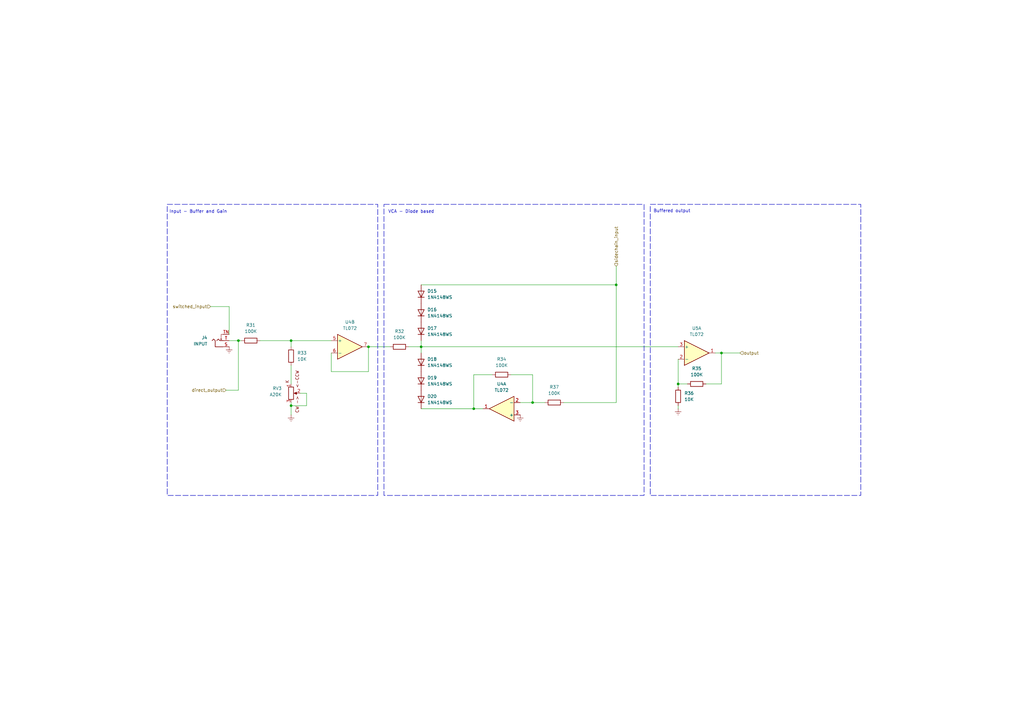
<source format=kicad_sch>
(kicad_sch (version 20250114) (generator "eeschema") (generator_version "9.0")
  (paper "A3")
  (lib_symbols
    (symbol "Amplifier_Operational:TL072" (pin_names (offset 0.127))
      (property "Reference" "U" (at 0 5.08 0))
      (property "Value" "TL072" (at 0 -5.08 0))
      (symbol "TL072_1_1"
        (polyline (pts (xy -5.08 5.08) (xy 5.08 0) (xy -5.08 -5.08) (xy -5.08 5.08)) (stroke (width 0.254)) (fill (type background)))
        (pin input line (at -7.62 2.54 0) (length 2.54) (name "+") (number "3"))
        (pin input line (at -7.62 -2.54 0) (length 2.54) (name "-") (number "2"))
        (pin output line (at 7.62 0 180) (length 2.54) (name "~") (number "1"))
      )
      (symbol "TL072_2_1"
        (polyline (pts (xy -5.08 5.08) (xy 5.08 0) (xy -5.08 -5.08) (xy -5.08 5.08)) (stroke (width 0.254)) (fill (type background)))
        (pin input line (at -7.62 2.54 0) (length 2.54) (name "+") (number "5"))
        (pin input line (at -7.62 -2.54 0) (length 2.54) (name "-") (number "6"))
        (pin output line (at 7.62 0 180) (length 2.54) (name "~") (number "7"))
      )
      (symbol "TL072_3_1"
        (pin power_in line (at -2.54 7.62 270) (length 3.81) (name "V+") (number "8"))
        (pin power_in line (at -2.54 -7.62 90) (length 3.81) (name "V-") (number "4"))
      )
    )
    (symbol "Diode:1N4148WS" (pin_numbers (hide yes)) (pin_names (hide yes))
      (property "Reference" "D" (at 0 2.54 0))
      (property "Value" "1N4148WS" (at 0 -2.54 0))
      (symbol "1N4148WS_0_1"
        (polyline (pts (xy -1.27 1.27) (xy -1.27 -1.27)) (stroke (width 0.254)))
        (polyline (pts (xy 1.27 1.27) (xy 1.27 -1.27) (xy -1.27 0) (xy 1.27 1.27)) (stroke (width 0.254)))
        (polyline (pts (xy 1.27 0) (xy -1.27 0)))
      )
      (symbol "1N4148WS_1_1"
        (pin passive line (at -3.81 0 0) (length 2.54) (name "K") (number "1"))
        (pin passive line (at 3.81 0 180) (length 2.54) (name "A") (number "2"))
      )
    )
    (symbol "power:GNDREF" (power) (pin_numbers (hide yes)) (pin_names (offset 0) (hide yes))
      (property "Value" "GNDREF" (at 0 -3.81 0))
      (symbol "GNDREF_0_1"
        (polyline (pts (xy -0.635 -1.905) (xy 0.635 -1.905)))
        (polyline (pts (xy -0.127 -2.54) (xy 0.127 -2.54)))
        (polyline (pts (xy 0 -1.27) (xy 0 0)))
        (polyline (pts (xy 1.27 -1.27) (xy -1.27 -1.27)))
      )
      (symbol "GNDREF_1_1"
        (pin power_in line (at 0 0 270) (length 0) (name "~") (number "1"))
      )
    )
    (symbol "synth:AudioJack_Mono_3.5mm"
      (property "Reference" "J" (at 0 8.89 0))
      (property "Value" "AudioJack_Mono_3.5mm" (at 0 6.35 0))
      (symbol "AudioJack_Mono_3.5mm_0_1"
        (polyline (pts (xy 0 0) (xy 0.635 -0.635) (xy 1.27 0) (xy 2.54 0)) (stroke (width 0.254)))
        (polyline (pts (xy 1.778 -0.254) (xy 2.032 -0.762)))
        (polyline (pts (xy 2.54 2.54) (xy -0.635 2.54) (xy -0.635 0) (xy -1.27 -0.635) (xy -1.905 0)) (stroke (width 0.254)))
        (polyline (pts (xy 2.54 -2.54) (xy 1.778 -2.54) (xy 1.778 -0.254) (xy 1.524 -0.762)))
      )
      (symbol "AudioJack_Mono_3.5mm_1_1"
        (pin passive line (at 5.08 2.54 180) (length 2.54) (name "~") (number "S"))
        (pin passive line (at 5.08 0 180) (length 2.54) (name "~") (number "T"))
        (pin passive line (at 5.08 -2.54 180) (length 2.54) (name "~") (number "TN"))
      )
    )
    (symbol "synth:R_Default" (pin_numbers (hide yes)) (pin_names (offset 0))
      (property "Reference" "R" (at -2.032 0 90))
      (property "Value" "R1" (at 2.032 0 90))
      (symbol "R_Default_0_1"
        (rectangle (start 1.016 -2.54) (end -1.016 2.54) (stroke (width 0.254)))
      )
      (symbol "R_Default_1_1"
        (pin passive line (at 0 3.81 270) (length 1.27) (name "~") (number "2"))
        (pin passive line (at 0 -3.81 90) (length 1.27) (name "~") (number "1"))
      )
    )
    (symbol "synth:R_Potentiometer (P0915N)" (pin_names (offset 1.016) (hide yes))
      (property "Reference" "RV" (at 0 6.604 0))
      (property "Value" "R_Potentiometer" (at 0 4.318 0))
      (symbol "R_Potentiometer (P0915N)_0_1"
        (polyline (pts (xy 0 -1.143) (xy 0.508 -2.286) (xy -0.508 -2.286) (xy 0 -1.143)) (fill (type outline)))
        (polyline (pts (xy 0 -2.54) (xy 0 -1.524)))
        (rectangle (start 2.54 1.016) (end -2.54 -1.016) (stroke (width 0.254)))
      )
      (symbol "R_Potentiometer (P0915N)_1_1"
        (text "<-CCW" (at -5.842 -2.54 0) (effects (font (size 1.27 1.27))))
        (text "K" (at -4.826 1.524 0) (effects (font (size 1.27 1.27))))
        (text "CW ->" (at 4.572 -2.54 0) (effects (font (size 1.27 1.27))))
        (pin passive line (at -3.81 0 0) (length 1.27) (name "1") (number "1"))
        (pin passive line (at 0 -3.81 90) (length 1.27) (name "2") (number "2"))
        (pin passive line (at 3.81 0 180) (length 1.27) (name "3") (number "3"))
      )
    )
  )
  (rectangle (start 68.58 83.82) (end 154.94 203.2) (stroke (width 0.2032) (type dash)))
  (rectangle (start 157.48 83.82) (end 264.16 203.2) (stroke (width 0.2032) (type dash)))
  (rectangle (start 266.7 83.82) (end 353.06 203.2) (stroke (width 0.2032) (type dash)))
  (text "Input - Buffer and Gain" (at 81.28 86.868 0) (effects (font (size 1.27 1.27))))
  (text "Buffered output" (at 275.59 86.614 0) (effects (font (size 1.27 1.27))))
  (text "VCA - Diode based" (at 168.656 86.868 0) (effects (font (size 1.27 1.27))))
  (junction (at 218.44 165.1))
  (junction (at 194.31 167.64))
  (junction (at 252.73 116.84))
  (junction (at 278.13 157.48))
  (junction (at 172.72 142.24))
  (junction (at 295.91 144.78))
  (junction (at 119.38 139.7))
  (junction (at 119.38 166.37))
  (junction (at 97.79 139.7))
  (junction (at 151.13 142.24))
  (wire (pts (xy 213.36 165.1) (xy 218.44 165.1)))
  (wire (pts (xy 218.44 165.1) (xy 223.52 165.1)))
  (wire (pts (xy 218.44 153.67) (xy 218.44 165.1)))
  (wire (pts (xy 172.72 139.7) (xy 172.72 142.24)))
  (wire (pts (xy 194.31 153.67) (xy 194.31 167.64)))
  (wire (pts (xy 106.68 139.7) (xy 119.38 139.7)))
  (wire (pts (xy 252.73 165.1) (xy 252.73 116.84)))
  (wire (pts (xy 295.91 144.78) (xy 295.91 157.48)))
  (wire (pts (xy 151.13 152.4) (xy 151.13 142.24)))
  (wire (pts (xy 135.89 144.78) (xy 135.89 152.4)))
  (wire (pts (xy 135.89 139.7) (xy 119.38 139.7)))
  (wire (pts (xy 289.56 157.48) (xy 295.91 157.48)))
  (wire (pts (xy 119.38 165.1) (xy 119.38 166.37)))
  (wire (pts (xy 281.94 157.48) (xy 278.13 157.48)))
  (wire (pts (xy 172.72 142.24) (xy 278.13 142.24)))
  (wire (pts (xy 135.89 152.4) (xy 151.13 152.4)))
  (wire (pts (xy 231.14 165.1) (xy 252.73 165.1)))
  (wire (pts (xy 97.79 160.02) (xy 97.79 139.7)))
  (wire (pts (xy 119.38 139.7) (xy 119.38 142.24)))
  (wire (pts (xy 172.72 142.24) (xy 167.64 142.24)))
  (wire (pts (xy 119.38 149.86) (xy 119.38 157.48)))
  (wire (pts (xy 97.79 139.7) (xy 93.98 139.7)))
  (wire (pts (xy 93.98 125.73) (xy 93.98 137.16)))
  (wire (pts (xy 293.37 144.78) (xy 295.91 144.78)))
  (wire (pts (xy 123.19 161.29) (xy 125.73 161.29)))
  (wire (pts (xy 125.73 166.37) (xy 119.38 166.37)))
  (wire (pts (xy 172.72 144.78) (xy 172.72 142.24)))
  (wire (pts (xy 295.91 144.78) (xy 303.53 144.78)))
  (wire (pts (xy 119.38 166.37) (xy 119.38 170.18)))
  (wire (pts (xy 201.93 153.67) (xy 194.31 153.67)))
  (wire (pts (xy 172.72 167.64) (xy 194.31 167.64)))
  (wire (pts (xy 125.73 161.29) (xy 125.73 166.37)))
  (wire (pts (xy 278.13 166.37) (xy 278.13 167.64)))
  (wire (pts (xy 278.13 157.48) (xy 278.13 158.75)))
  (wire (pts (xy 278.13 147.32) (xy 278.13 157.48)))
  (wire (pts (xy 86.36 125.73) (xy 93.98 125.73)))
  (wire (pts (xy 209.55 153.67) (xy 218.44 153.67)))
  (wire (pts (xy 194.31 167.64) (xy 198.12 167.64)))
  (wire (pts (xy 252.73 109.22) (xy 252.73 116.84)))
  (wire (pts (xy 160.02 142.24) (xy 151.13 142.24)))
  (wire (pts (xy 252.73 116.84) (xy 172.72 116.84)))
  (wire (pts (xy 99.06 139.7) (xy 97.79 139.7)))
  (wire (pts (xy 92.71 160.02) (xy 97.79 160.02)))
  (hierarchical_label "switched_input" (shape input) (at 86.36 125.73 180))
  (hierarchical_label "sidechain_input" (shape input) (at 252.73 109.22 90))
  (hierarchical_label "direct_output" (shape input) (at 92.71 160.02 180))
  (hierarchical_label "output" (shape input) (at 303.53 144.78 0))
  (symbol (lib_id "Diode:1N4148WS") (at 172.72 128.27 90) (unit 1)
    (property "Reference" "D16" (at 175.26 126.9999 90) (effects (justify right)))
    (property "Value" "1N4148WS" (at 175.26 129.5399 90) (effects (justify right)))
    (property "Footprint" "Diode_SMD:D_SOD-323_HandSoldering" (effects (hide yes)))
    (property "Datasheet" "https://www.vishay.com/docs/85751/1n4148ws.pdf" (effects (hide yes)))
    (property "Description" "75V 0.15A Fast switching Diode, SOD-323" (effects (hide yes)))
    (property "Sim.Device" "D" (effects (hide yes)))
    (property "Sim.Pins" "1=K 2=A" (effects (hide yes)))
    (instances (project "compressor" (path "" (reference "D16") (unit 1)) (path "" (reference "D22") (unit 1))))
  )
  (symbol (lib_id "power:GNDREF") (at 278.13 167.64 0) (unit 1)
    (property "Reference" "#PWR062" (effects (hide yes)))
    (property "Value" "GNDREF" (effects (hide yes)))
    (property "Description" "Power symbol creates a global label with name \"GNDREF\" , reference supply ground" (effects (hide yes)))
    (instances (project "compressor" (path "" (reference "#PWR062") (unit 1)) (path "" (reference "#PWR066") (unit 1))))
  )
  (symbol (lib_id "Diode:1N4148WS") (at 172.72 148.59 90) (unit 1)
    (property "Reference" "D18" (at 175.26 147.3199 90) (effects (justify right)))
    (property "Value" "1N4148WS" (at 175.26 149.8599 90) (effects (justify right)))
    (property "Footprint" "Diode_SMD:D_SOD-323_HandSoldering" (effects (hide yes)))
    (property "Datasheet" "https://www.vishay.com/docs/85751/1n4148ws.pdf" (effects (hide yes)))
    (property "Description" "75V 0.15A Fast switching Diode, SOD-323" (effects (hide yes)))
    (property "Sim.Device" "D" (effects (hide yes)))
    (property "Sim.Pins" "1=K 2=A" (effects (hide yes)))
    (instances (project "compressor" (path "" (reference "D18") (unit 1)) (path "" (reference "D24") (unit 1))))
  )
  (symbol (lib_id "synth:R_Default") (at 119.38 146.05 180) (unit 1)
    (property "Reference" "R33" (at 121.92 144.7799 0) (effects (justify right)))
    (property "Value" "10K" (at 121.92 147.3199 0) (effects (justify right)))
    (property "Footprint" "Resistor_SMD:R_0805_2012Metric_Pad1.20x1.40mm_HandSolder" (effects (hide yes)))
    (property "Description" "Resistor" (effects (hide yes)))
    (instances (project "compressor" (path "" (reference "R33") (unit 1)) (path "" (reference "R40") (unit 1))))
  )
  (symbol (lib_id "synth:AudioJack_Mono_3.5mm") (at 88.9 139.7 0) (mirror x) (unit 1)
    (property "Reference" "J4" (at 85.09 138.4934 0) (effects (justify right)))
    (property "Value" "INPUT" (at 85.09 141.0334 0) (effects (justify right)))
    (property "Footprint" "Synth:Jack_3.5mm_QingPu_WQP-PJ398SM_Vertical_CircularHoles" (effects (hide yes)))
    (property "Description" "Audio Jack, 2 Poles (Mono / TS), Switched T Pole (Normalling)" (effects (hide yes)))
    (instances (project "compressor" (path "" (reference "J4") (unit 1)) (path "" (reference "J5") (unit 1))))
  )
  (symbol (lib_id "Amplifier_Operational:TL072") (at 285.75 144.78 0) (unit 1)
    (property "Reference" "U5" (at 285.75 134.62 0))
    (property "Value" "TL072" (at 285.75 137.16 0))
    (property "Footprint" "Synth:SOIC-8" (effects (hide yes)))
    (property "Datasheet" "http://www.ti.com/lit/ds/symlink/tl071.pdf" (effects (hide yes)))
    (property "Description" "Dual Low-Noise JFET-Input Operational Amplifiers, DIP-8/SOIC-8" (effects (hide yes)))
    (instances (project "compressor" (path "" (reference "U5") (unit 1)) (path "" (reference "U5") (unit 2))))
  )
  (symbol (lib_id "Amplifier_Operational:TL072") (at 143.51 142.24 0) (unit 2)
    (property "Reference" "U4" (at 143.51 132.08 0))
    (property "Value" "TL072" (at 143.51 134.62 0))
    (property "Footprint" "Synth:SOIC-8" (effects (hide yes)))
    (property "Datasheet" "http://www.ti.com/lit/ds/symlink/tl071.pdf" (effects (hide yes)))
    (property "Description" "Dual Low-Noise JFET-Input Operational Amplifiers, DIP-8/SOIC-8" (effects (hide yes)))
    (instances (project "compressor" (path "" (reference "U4") (unit 2)) (path "" (reference "U6") (unit 2))))
  )
  (symbol (lib_id "Diode:1N4148WS") (at 172.72 163.83 90) (unit 1)
    (property "Reference" "D20" (at 175.26 162.5599 90) (effects (justify right)))
    (property "Value" "1N4148WS" (at 175.26 165.0999 90) (effects (justify right)))
    (property "Footprint" "Diode_SMD:D_SOD-323_HandSoldering" (effects (hide yes)))
    (property "Datasheet" "https://www.vishay.com/docs/85751/1n4148ws.pdf" (effects (hide yes)))
    (property "Description" "75V 0.15A Fast switching Diode, SOD-323" (effects (hide yes)))
    (property "Sim.Device" "D" (effects (hide yes)))
    (property "Sim.Pins" "1=K 2=A" (effects (hide yes)))
    (instances (project "compressor" (path "" (reference "D20") (unit 1)) (path "" (reference "D26") (unit 1))))
  )
  (symbol (lib_id "synth:R_Default") (at 285.75 157.48 90) (unit 1)
    (property "Reference" "R35" (at 285.75 151.13 90))
    (property "Value" "100K" (at 285.75 153.67 90))
    (property "Footprint" "Resistor_SMD:R_0805_2012Metric_Pad1.20x1.40mm_HandSolder" (effects (hide yes)))
    (property "Description" "Resistor" (effects (hide yes)))
    (instances (project "compressor" (path "" (reference "R35") (unit 1)) (path "" (reference "R42") (unit 1))))
  )
  (symbol (lib_id "power:GNDREF") (at 93.98 142.24 0) (unit 1)
    (property "Reference" "#PWR061" (effects (hide yes)))
    (property "Value" "GNDREF" (effects (hide yes)))
    (property "Description" "Power symbol creates a global label with name \"GNDREF\" , reference supply ground" (effects (hide yes)))
    (instances (project "compressor" (path "" (reference "#PWR061") (unit 1)) (path "" (reference "#PWR065") (unit 1))))
  )
  (symbol (lib_id "Diode:1N4148WS") (at 172.72 156.21 90) (unit 1)
    (property "Reference" "D19" (at 175.26 154.9399 90) (effects (justify right)))
    (property "Value" "1N4148WS" (at 175.26 157.4799 90) (effects (justify right)))
    (property "Footprint" "Diode_SMD:D_SOD-323_HandSoldering" (effects (hide yes)))
    (property "Datasheet" "https://www.vishay.com/docs/85751/1n4148ws.pdf" (effects (hide yes)))
    (property "Description" "75V 0.15A Fast switching Diode, SOD-323" (effects (hide yes)))
    (property "Sim.Device" "D" (effects (hide yes)))
    (property "Sim.Pins" "1=K 2=A" (effects (hide yes)))
    (instances (project "compressor" (path "" (reference "D19") (unit 1)) (path "" (reference "D25") (unit 1))))
  )
  (symbol (lib_id "Amplifier_Operational:TL072") (at 205.74 167.64 180) (unit 1)
    (property "Reference" "U4" (at 205.74 157.48 0))
    (property "Value" "TL072" (at 205.74 160.02 0))
    (property "Footprint" "Synth:SOIC-8" (effects (hide yes)))
    (property "Datasheet" "http://www.ti.com/lit/ds/symlink/tl071.pdf" (effects (hide yes)))
    (property "Description" "Dual Low-Noise JFET-Input Operational Amplifiers, DIP-8/SOIC-8" (effects (hide yes)))
    (instances (project "compressor" (path "" (reference "U4") (unit 1)) (path "" (reference "U6") (unit 1))))
  )
  (symbol (lib_id "synth:R_Default") (at 205.74 153.67 90) (unit 1)
    (property "Reference" "R34" (at 205.74 147.32 90))
    (property "Value" "100K" (at 205.74 149.86 90))
    (property "Footprint" "Resistor_SMD:R_0805_2012Metric_Pad1.20x1.40mm_HandSolder" (effects (hide yes)))
    (property "Description" "Resistor" (effects (hide yes)))
    (instances (project "compressor" (path "" (reference "R34") (unit 1)) (path "" (reference "R41") (unit 1))))
  )
  (symbol (lib_id "synth:R_Default") (at 102.87 139.7 90) (unit 1)
    (property "Reference" "R31" (at 102.87 133.35 90))
    (property "Value" "100K" (at 102.87 135.89 90))
    (property "Footprint" "Resistor_SMD:R_0805_2012Metric_Pad1.20x1.40mm_HandSolder" (effects (hide yes)))
    (property "Description" "Resistor" (effects (hide yes)))
    (instances (project "compressor" (path "" (reference "R31") (unit 1)) (path "" (reference "R38") (unit 1))))
  )
  (symbol (lib_id "synth:R_Default") (at 227.33 165.1 90) (unit 1)
    (property "Reference" "R37" (at 227.33 158.75 90))
    (property "Value" "100K" (at 227.33 161.29 90))
    (property "Footprint" "Resistor_SMD:R_0805_2012Metric_Pad1.20x1.40mm_HandSolder" (effects (hide yes)))
    (property "Description" "Resistor" (effects (hide yes)))
    (instances (project "compressor" (path "" (reference "R37") (unit 1)) (path "" (reference "R44") (unit 1))))
  )
  (symbol (lib_id "Diode:1N4148WS") (at 172.72 120.65 90) (unit 1)
    (property "Reference" "D15" (at 175.26 119.3799 90) (effects (justify right)))
    (property "Value" "1N4148WS" (at 175.26 121.9199 90) (effects (justify right)))
    (property "Footprint" "Diode_SMD:D_SOD-323_HandSoldering" (effects (hide yes)))
    (property "Datasheet" "https://www.vishay.com/docs/85751/1n4148ws.pdf" (effects (hide yes)))
    (property "Description" "75V 0.15A Fast switching Diode, SOD-323" (effects (hide yes)))
    (property "Sim.Device" "D" (effects (hide yes)))
    (property "Sim.Pins" "1=K 2=A" (effects (hide yes)))
    (instances (project "compressor" (path "" (reference "D15") (unit 1)) (path "" (reference "D21") (unit 1))))
  )
  (symbol (lib_id "synth:R_Potentiometer (P0915N)") (at 119.38 161.29 90) (mirror x) (unit 1)
    (property "Reference" "RV3" (at 115.57 159.3093 90) (effects (justify left)))
    (property "Value" "A20K" (at 115.57 161.8493 90) (effects (justify left)))
    (property "Footprint" "Synth:Potentiometer_TT_P0915N" (effects (hide yes)))
    (property "Description" "Potentiometer" (effects (hide yes)))
    (instances (project "compressor" (path "" (reference "RV3") (unit 1)) (path "" (reference "RV4") (unit 1))))
  )
  (symbol (lib_id "Diode:1N4148WS") (at 172.72 135.89 90) (unit 1)
    (property "Reference" "D17" (at 175.26 134.6199 90) (effects (justify right)))
    (property "Value" "1N4148WS" (at 175.26 137.1599 90) (effects (justify right)))
    (property "Footprint" "Diode_SMD:D_SOD-323_HandSoldering" (effects (hide yes)))
    (property "Datasheet" "https://www.vishay.com/docs/85751/1n4148ws.pdf" (effects (hide yes)))
    (property "Description" "75V 0.15A Fast switching Diode, SOD-323" (effects (hide yes)))
    (property "Sim.Device" "D" (effects (hide yes)))
    (property "Sim.Pins" "1=K 2=A" (effects (hide yes)))
    (instances (project "compressor" (path "" (reference "D17") (unit 1)) (path "" (reference "D23") (unit 1))))
  )
  (symbol (lib_id "synth:R_Default") (at 278.13 162.56 180) (unit 1)
    (property "Reference" "R36" (at 280.67 161.2899 0) (effects (justify right)))
    (property "Value" "10K" (at 280.67 163.8299 0) (effects (justify right)))
    (property "Footprint" "Resistor_SMD:R_0805_2012Metric_Pad1.20x1.40mm_HandSolder" (effects (hide yes)))
    (property "Description" "Resistor" (effects (hide yes)))
    (instances (project "compressor" (path "" (reference "R36") (unit 1)) (path "" (reference "R43") (unit 1))))
  )
  (symbol (lib_id "power:GNDREF") (at 213.36 170.18 0) (unit 1)
    (property "Reference" "#PWR064" (effects (hide yes)))
    (property "Value" "GNDREF" (effects (hide yes)))
    (property "Description" "Power symbol creates a global label with name \"GNDREF\" , reference supply ground" (effects (hide yes)))
    (instances (project "compressor" (path "" (reference "#PWR064") (unit 1)) (path "" (reference "#PWR068") (unit 1))))
  )
  (symbol (lib_id "synth:R_Default") (at 163.83 142.24 90) (unit 1)
    (property "Reference" "R32" (at 163.83 135.89 90))
    (property "Value" "100K" (at 163.83 138.43 90))
    (property "Footprint" "Resistor_SMD:R_0805_2012Metric_Pad1.20x1.40mm_HandSolder" (effects (hide yes)))
    (property "Description" "Resistor" (effects (hide yes)))
    (instances (project "compressor" (path "" (reference "R32") (unit 1)) (path "" (reference "R39") (unit 1))))
  )
  (symbol (lib_id "power:GNDREF") (at 119.38 170.18 0) (unit 1)
    (property "Reference" "#PWR063" (effects (hide yes)))
    (property "Value" "GNDREF" (effects (hide yes)))
    (property "Description" "Power symbol creates a global label with name \"GNDREF\" , reference supply ground" (effects (hide yes)))
    (instances (project "compressor" (path "" (reference "#PWR063") (unit 1)) (path "" (reference "#PWR067") (unit 1))))
  )
)
</source>
